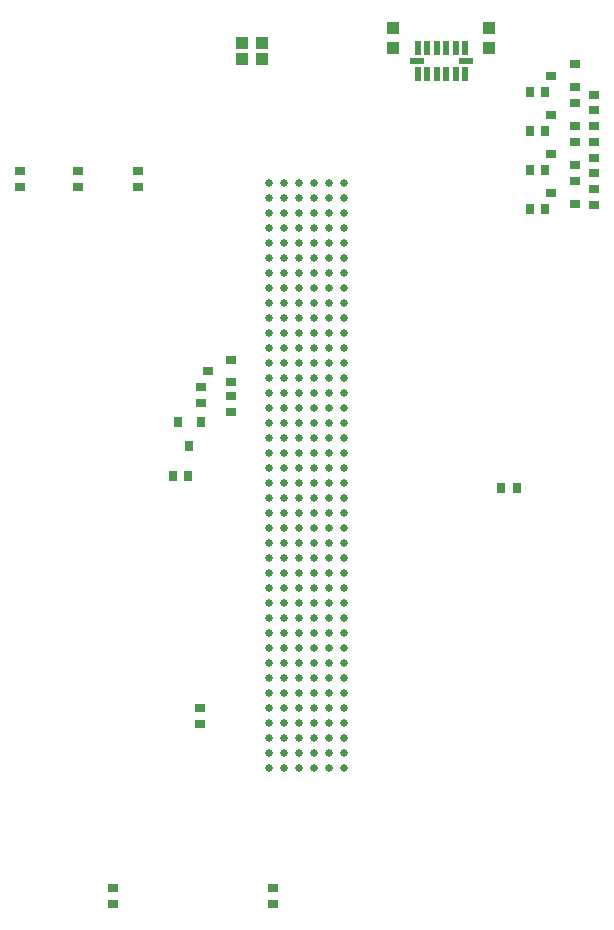
<source format=gtp>
G75*
%MOIN*%
%OFA0B0*%
%FSLAX24Y24*%
%IPPOS*%
%LPD*%
%AMOC8*
5,1,8,0,0,1.08239X$1,22.5*
%
%ADD10C,0.0250*%
%ADD11R,0.0197X0.0472*%
%ADD12R,0.0472X0.0197*%
%ADD13R,0.0394X0.0433*%
%ADD14R,0.0433X0.0394*%
%ADD15R,0.0354X0.0315*%
%ADD16R,0.0354X0.0276*%
%ADD17R,0.0276X0.0354*%
%ADD18R,0.0315X0.0354*%
D10*
X028967Y006582D03*
X029467Y006582D03*
X029967Y006582D03*
X030467Y006582D03*
X030967Y006582D03*
X030967Y007082D03*
X030467Y007082D03*
X029967Y007082D03*
X029467Y007082D03*
X028967Y007082D03*
X028967Y007582D03*
X029467Y007582D03*
X029967Y007582D03*
X030467Y007582D03*
X030967Y007582D03*
X030967Y008082D03*
X030467Y008082D03*
X029967Y008082D03*
X029467Y008082D03*
X028967Y008082D03*
X028967Y008582D03*
X029467Y008582D03*
X029967Y008582D03*
X030467Y008582D03*
X030967Y008582D03*
X030967Y009082D03*
X030467Y009082D03*
X029967Y009082D03*
X029467Y009082D03*
X028967Y009082D03*
X028967Y009582D03*
X029467Y009582D03*
X029967Y009582D03*
X030467Y009582D03*
X030967Y009582D03*
X030967Y010082D03*
X030467Y010082D03*
X029967Y010082D03*
X029467Y010082D03*
X028967Y010082D03*
X028967Y010582D03*
X029467Y010582D03*
X029967Y010582D03*
X030467Y010582D03*
X030967Y010582D03*
X030967Y011082D03*
X030467Y011082D03*
X029967Y011082D03*
X029467Y011082D03*
X028967Y011082D03*
X028967Y011582D03*
X029467Y011582D03*
X029967Y011582D03*
X030467Y011582D03*
X030967Y011582D03*
X030967Y012082D03*
X030467Y012082D03*
X029967Y012082D03*
X029467Y012082D03*
X028967Y012082D03*
X028967Y012582D03*
X029467Y012582D03*
X029967Y012582D03*
X030467Y012582D03*
X030967Y012582D03*
X030967Y013082D03*
X030467Y013082D03*
X029967Y013082D03*
X029467Y013082D03*
X028967Y013082D03*
X028967Y013582D03*
X029467Y013582D03*
X029967Y013582D03*
X030467Y013582D03*
X030967Y013582D03*
X030967Y014082D03*
X030467Y014082D03*
X029967Y014082D03*
X029467Y014082D03*
X028967Y014082D03*
X028967Y014582D03*
X029467Y014582D03*
X029967Y014582D03*
X030467Y014582D03*
X030967Y014582D03*
X031467Y014582D03*
X031467Y014082D03*
X031467Y013582D03*
X031467Y013082D03*
X031467Y012582D03*
X031467Y012082D03*
X031467Y011582D03*
X031467Y011082D03*
X031467Y010582D03*
X031467Y010082D03*
X031467Y009582D03*
X031467Y009082D03*
X031467Y008582D03*
X031467Y008082D03*
X031467Y007582D03*
X031467Y007082D03*
X031467Y006582D03*
X031467Y015082D03*
X031467Y015582D03*
X031467Y016082D03*
X031467Y016582D03*
X031467Y017082D03*
X031467Y017582D03*
X031467Y018082D03*
X031467Y018582D03*
X031467Y019082D03*
X031467Y019582D03*
X031467Y020082D03*
X031467Y020582D03*
X031467Y021082D03*
X031467Y021582D03*
X031467Y022082D03*
X031467Y022582D03*
X031467Y023082D03*
X031467Y023582D03*
X031467Y024082D03*
X031467Y024582D03*
X031467Y025082D03*
X031467Y025582D03*
X031467Y026082D03*
X030967Y026082D03*
X030967Y025582D03*
X030467Y025582D03*
X030467Y026082D03*
X029967Y026082D03*
X029967Y025582D03*
X029467Y025582D03*
X029467Y026082D03*
X028967Y026082D03*
X028967Y025582D03*
X028967Y025082D03*
X029467Y025082D03*
X029967Y025082D03*
X030467Y025082D03*
X030967Y025082D03*
X030967Y024582D03*
X030467Y024582D03*
X029967Y024582D03*
X029467Y024582D03*
X028967Y024582D03*
X028967Y024082D03*
X029467Y024082D03*
X029967Y024082D03*
X030467Y024082D03*
X030967Y024082D03*
X030967Y023582D03*
X030967Y023082D03*
X030467Y023082D03*
X030467Y023582D03*
X029967Y023582D03*
X029967Y023082D03*
X029467Y023082D03*
X029467Y023582D03*
X028967Y023582D03*
X028967Y023082D03*
X028967Y022582D03*
X029467Y022582D03*
X029967Y022582D03*
X030467Y022582D03*
X030967Y022582D03*
X030967Y022082D03*
X030467Y022082D03*
X029967Y022082D03*
X029467Y022082D03*
X028967Y022082D03*
X028967Y021582D03*
X029467Y021582D03*
X029967Y021582D03*
X030467Y021582D03*
X030967Y021582D03*
X030967Y021082D03*
X030467Y021082D03*
X029967Y021082D03*
X029467Y021082D03*
X028967Y021082D03*
X028967Y020582D03*
X029467Y020582D03*
X029967Y020582D03*
X030467Y020582D03*
X030967Y020582D03*
X030967Y020082D03*
X030467Y020082D03*
X029967Y020082D03*
X029467Y020082D03*
X028967Y020082D03*
X028967Y019582D03*
X029467Y019582D03*
X029967Y019582D03*
X030467Y019582D03*
X030967Y019582D03*
X030967Y019082D03*
X030467Y019082D03*
X029967Y019082D03*
X029467Y019082D03*
X028967Y019082D03*
X028967Y018582D03*
X029467Y018582D03*
X029967Y018582D03*
X030467Y018582D03*
X030967Y018582D03*
X030967Y018082D03*
X030467Y018082D03*
X029967Y018082D03*
X029467Y018082D03*
X028967Y018082D03*
X028967Y017582D03*
X029467Y017582D03*
X029967Y017582D03*
X030467Y017582D03*
X030967Y017582D03*
X030967Y017082D03*
X030467Y017082D03*
X029967Y017082D03*
X029467Y017082D03*
X028967Y017082D03*
X028967Y016582D03*
X029467Y016582D03*
X029967Y016582D03*
X030467Y016582D03*
X030967Y016582D03*
X030967Y016082D03*
X030467Y016082D03*
X029967Y016082D03*
X029467Y016082D03*
X028967Y016082D03*
X028967Y015582D03*
X029467Y015582D03*
X029967Y015582D03*
X030467Y015582D03*
X030967Y015582D03*
X030967Y015082D03*
X030467Y015082D03*
X029967Y015082D03*
X029467Y015082D03*
X028967Y015082D03*
D11*
X033929Y029739D03*
X034244Y029739D03*
X034559Y029739D03*
X034874Y029739D03*
X035189Y029739D03*
X035504Y029739D03*
X035504Y030605D03*
X035189Y030605D03*
X034874Y030605D03*
X034559Y030605D03*
X034244Y030605D03*
X033929Y030605D03*
D12*
X033890Y030172D03*
X035543Y030172D03*
D13*
X036317Y030587D03*
X036317Y031257D03*
X033117Y031257D03*
X033117Y030587D03*
D14*
X028751Y030772D03*
X028751Y030222D03*
X028082Y030222D03*
X028082Y030772D03*
D15*
X038373Y029672D03*
X039160Y029298D03*
X039160Y028746D03*
X039160Y027998D03*
X039160Y027446D03*
X039160Y026698D03*
X039160Y026146D03*
X039160Y025398D03*
X038373Y025772D03*
X038373Y027072D03*
X038373Y028372D03*
X039160Y030046D03*
X027710Y020196D03*
X027710Y019448D03*
X026923Y019822D03*
D16*
X023767Y002066D03*
X023767Y002578D03*
X029117Y002578D03*
X029117Y002066D03*
X026667Y008066D03*
X026667Y008578D03*
X027717Y018466D03*
X027717Y018978D03*
X026717Y018766D03*
X026717Y019278D03*
X024617Y025966D03*
X024617Y026478D03*
X022617Y026478D03*
X022617Y025966D03*
X020667Y025966D03*
X020667Y026478D03*
X039817Y026416D03*
X039817Y026928D03*
X039817Y027466D03*
X039817Y027978D03*
X039817Y028516D03*
X039817Y029028D03*
X039817Y025878D03*
X039817Y025366D03*
D17*
X038173Y025222D03*
X037661Y025222D03*
X037661Y026522D03*
X038173Y026522D03*
X038173Y027822D03*
X037661Y027822D03*
X037661Y029122D03*
X038173Y029122D03*
X026273Y016322D03*
X025761Y016322D03*
X036711Y015922D03*
X037223Y015922D03*
D18*
X026691Y018116D03*
X025943Y018116D03*
X026317Y017328D03*
M02*

</source>
